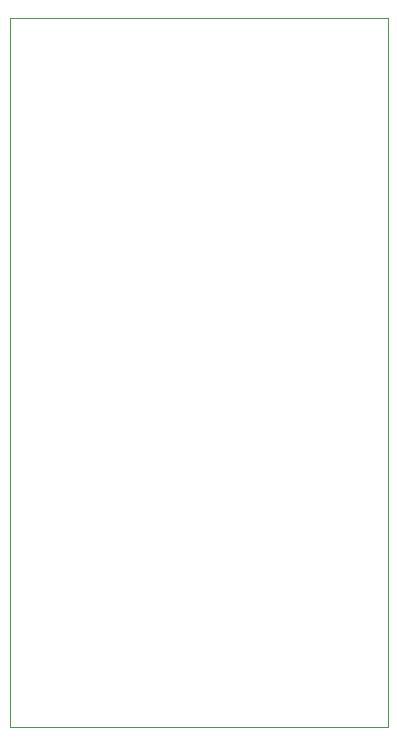
<source format=gbr>
%TF.GenerationSoftware,KiCad,Pcbnew,8.0.5*%
%TF.CreationDate,2024-10-23T12:28:47+01:00*%
%TF.ProjectId,PLCC to DIP 44 True,504c4343-2074-46f2-9044-495020343420,rev?*%
%TF.SameCoordinates,Original*%
%TF.FileFunction,Profile,NP*%
%FSLAX46Y46*%
G04 Gerber Fmt 4.6, Leading zero omitted, Abs format (unit mm)*
G04 Created by KiCad (PCBNEW 8.0.5) date 2024-10-23 12:28:47*
%MOMM*%
%LPD*%
G01*
G04 APERTURE LIST*
%TA.AperFunction,Profile*%
%ADD10C,0.050000*%
%TD*%
G04 APERTURE END LIST*
D10*
X114000000Y-53000000D02*
X146000000Y-53000000D01*
X146000000Y-113000000D01*
X114000000Y-113000000D01*
X114000000Y-53000000D01*
X114000000Y-53000000D02*
X146000000Y-53000000D01*
X146000000Y-113000000D01*
X114000000Y-113000000D01*
X114000000Y-53000000D01*
M02*

</source>
